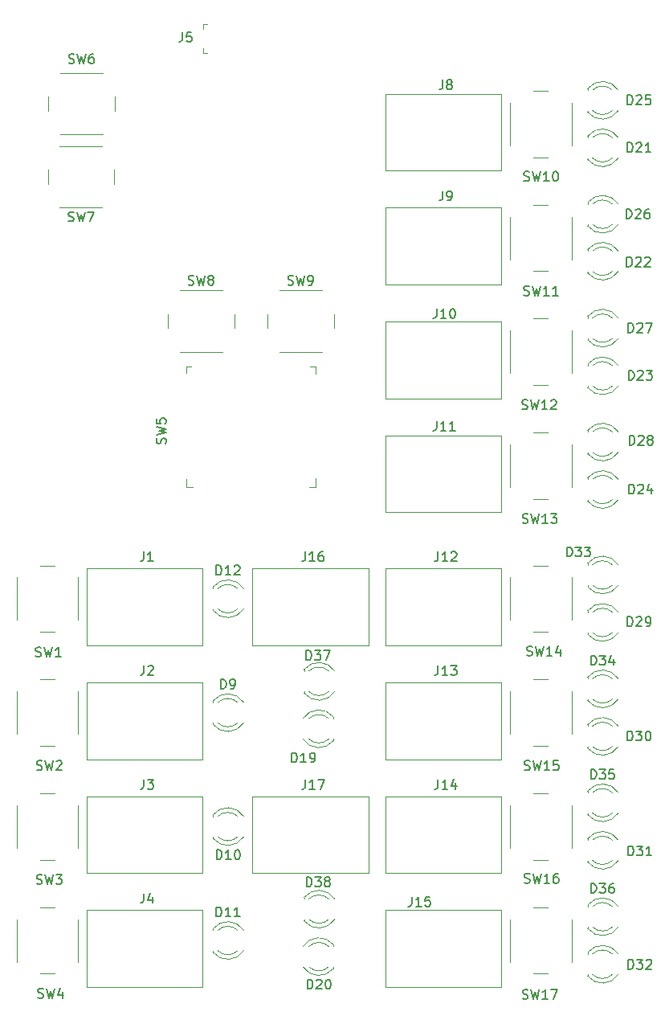
<source format=gbr>
%TF.GenerationSoftware,KiCad,Pcbnew,(6.0.1)*%
%TF.CreationDate,2023-12-26T11:04:26-08:00*%
%TF.ProjectId,main_board,6d61696e-5f62-46f6-9172-642e6b696361,4.3*%
%TF.SameCoordinates,Original*%
%TF.FileFunction,Legend,Top*%
%TF.FilePolarity,Positive*%
%FSLAX46Y46*%
G04 Gerber Fmt 4.6, Leading zero omitted, Abs format (unit mm)*
G04 Created by KiCad (PCBNEW (6.0.1)) date 2023-12-26 11:04:26*
%MOMM*%
%LPD*%
G01*
G04 APERTURE LIST*
%ADD10C,0.150000*%
%ADD11C,0.120000*%
%ADD12C,0.100000*%
G04 APERTURE END LIST*
D10*
X115535714Y-88952380D02*
X115535714Y-87952380D01*
X115773809Y-87952380D01*
X115916666Y-88000000D01*
X116011904Y-88095238D01*
X116059523Y-88190476D01*
X116107142Y-88380952D01*
X116107142Y-88523809D01*
X116059523Y-88714285D01*
X116011904Y-88809523D01*
X115916666Y-88904761D01*
X115773809Y-88952380D01*
X115535714Y-88952380D01*
X116488095Y-88047619D02*
X116535714Y-88000000D01*
X116630952Y-87952380D01*
X116869047Y-87952380D01*
X116964285Y-88000000D01*
X117011904Y-88047619D01*
X117059523Y-88142857D01*
X117059523Y-88238095D01*
X117011904Y-88380952D01*
X116440476Y-88952380D01*
X117059523Y-88952380D01*
X117392857Y-87952380D02*
X118011904Y-87952380D01*
X117678571Y-88333333D01*
X117821428Y-88333333D01*
X117916666Y-88380952D01*
X117964285Y-88428571D01*
X118011904Y-88523809D01*
X118011904Y-88761904D01*
X117964285Y-88857142D01*
X117916666Y-88904761D01*
X117821428Y-88952380D01*
X117535714Y-88952380D01*
X117440476Y-88904761D01*
X117392857Y-88857142D01*
X115485714Y-139052380D02*
X115485714Y-138052380D01*
X115723809Y-138052380D01*
X115866666Y-138100000D01*
X115961904Y-138195238D01*
X116009523Y-138290476D01*
X116057142Y-138480952D01*
X116057142Y-138623809D01*
X116009523Y-138814285D01*
X115961904Y-138909523D01*
X115866666Y-139004761D01*
X115723809Y-139052380D01*
X115485714Y-139052380D01*
X116390476Y-138052380D02*
X117009523Y-138052380D01*
X116676190Y-138433333D01*
X116819047Y-138433333D01*
X116914285Y-138480952D01*
X116961904Y-138528571D01*
X117009523Y-138623809D01*
X117009523Y-138861904D01*
X116961904Y-138957142D01*
X116914285Y-139004761D01*
X116819047Y-139052380D01*
X116533333Y-139052380D01*
X116438095Y-139004761D01*
X116390476Y-138957142D01*
X117961904Y-139052380D02*
X117390476Y-139052380D01*
X117676190Y-139052380D02*
X117676190Y-138052380D01*
X117580952Y-138195238D01*
X117485714Y-138290476D01*
X117390476Y-138338095D01*
X111555714Y-118992380D02*
X111555714Y-117992380D01*
X111793809Y-117992380D01*
X111936666Y-118040000D01*
X112031904Y-118135238D01*
X112079523Y-118230476D01*
X112127142Y-118420952D01*
X112127142Y-118563809D01*
X112079523Y-118754285D01*
X112031904Y-118849523D01*
X111936666Y-118944761D01*
X111793809Y-118992380D01*
X111555714Y-118992380D01*
X112460476Y-117992380D02*
X113079523Y-117992380D01*
X112746190Y-118373333D01*
X112889047Y-118373333D01*
X112984285Y-118420952D01*
X113031904Y-118468571D01*
X113079523Y-118563809D01*
X113079523Y-118801904D01*
X113031904Y-118897142D01*
X112984285Y-118944761D01*
X112889047Y-118992380D01*
X112603333Y-118992380D01*
X112508095Y-118944761D01*
X112460476Y-118897142D01*
X113936666Y-118325714D02*
X113936666Y-118992380D01*
X113698571Y-117944761D02*
X113460476Y-118659047D01*
X114079523Y-118659047D01*
X104540476Y-141904761D02*
X104683333Y-141952380D01*
X104921428Y-141952380D01*
X105016666Y-141904761D01*
X105064285Y-141857142D01*
X105111904Y-141761904D01*
X105111904Y-141666666D01*
X105064285Y-141571428D01*
X105016666Y-141523809D01*
X104921428Y-141476190D01*
X104730952Y-141428571D01*
X104635714Y-141380952D01*
X104588095Y-141333333D01*
X104540476Y-141238095D01*
X104540476Y-141142857D01*
X104588095Y-141047619D01*
X104635714Y-141000000D01*
X104730952Y-140952380D01*
X104969047Y-140952380D01*
X105111904Y-141000000D01*
X105445238Y-140952380D02*
X105683333Y-141952380D01*
X105873809Y-141238095D01*
X106064285Y-141952380D01*
X106302380Y-140952380D01*
X107207142Y-141952380D02*
X106635714Y-141952380D01*
X106921428Y-141952380D02*
X106921428Y-140952380D01*
X106826190Y-141095238D01*
X106730952Y-141190476D01*
X106635714Y-141238095D01*
X108064285Y-140952380D02*
X107873809Y-140952380D01*
X107778571Y-141000000D01*
X107730952Y-141047619D01*
X107635714Y-141190476D01*
X107588095Y-141380952D01*
X107588095Y-141761904D01*
X107635714Y-141857142D01*
X107683333Y-141904761D01*
X107778571Y-141952380D01*
X107969047Y-141952380D01*
X108064285Y-141904761D01*
X108111904Y-141857142D01*
X108159523Y-141761904D01*
X108159523Y-141523809D01*
X108111904Y-141428571D01*
X108064285Y-141380952D01*
X107969047Y-141333333D01*
X107778571Y-141333333D01*
X107683333Y-141380952D01*
X107635714Y-141428571D01*
X107588095Y-141523809D01*
X80010714Y-129227380D02*
X80010714Y-128227380D01*
X80248809Y-128227380D01*
X80391666Y-128275000D01*
X80486904Y-128370238D01*
X80534523Y-128465476D01*
X80582142Y-128655952D01*
X80582142Y-128798809D01*
X80534523Y-128989285D01*
X80486904Y-129084523D01*
X80391666Y-129179761D01*
X80248809Y-129227380D01*
X80010714Y-129227380D01*
X81534523Y-129227380D02*
X80963095Y-129227380D01*
X81248809Y-129227380D02*
X81248809Y-128227380D01*
X81153571Y-128370238D01*
X81058333Y-128465476D01*
X80963095Y-128513095D01*
X82010714Y-129227380D02*
X82201190Y-129227380D01*
X82296428Y-129179761D01*
X82344047Y-129132142D01*
X82439285Y-128989285D01*
X82486904Y-128798809D01*
X82486904Y-128417857D01*
X82439285Y-128322619D01*
X82391666Y-128275000D01*
X82296428Y-128227380D01*
X82105952Y-128227380D01*
X82010714Y-128275000D01*
X81963095Y-128322619D01*
X81915476Y-128417857D01*
X81915476Y-128655952D01*
X81963095Y-128751190D01*
X82010714Y-128798809D01*
X82105952Y-128846428D01*
X82296428Y-128846428D01*
X82391666Y-128798809D01*
X82439285Y-128751190D01*
X82486904Y-128655952D01*
X104340476Y-154104761D02*
X104483333Y-154152380D01*
X104721428Y-154152380D01*
X104816666Y-154104761D01*
X104864285Y-154057142D01*
X104911904Y-153961904D01*
X104911904Y-153866666D01*
X104864285Y-153771428D01*
X104816666Y-153723809D01*
X104721428Y-153676190D01*
X104530952Y-153628571D01*
X104435714Y-153580952D01*
X104388095Y-153533333D01*
X104340476Y-153438095D01*
X104340476Y-153342857D01*
X104388095Y-153247619D01*
X104435714Y-153200000D01*
X104530952Y-153152380D01*
X104769047Y-153152380D01*
X104911904Y-153200000D01*
X105245238Y-153152380D02*
X105483333Y-154152380D01*
X105673809Y-153438095D01*
X105864285Y-154152380D01*
X106102380Y-153152380D01*
X107007142Y-154152380D02*
X106435714Y-154152380D01*
X106721428Y-154152380D02*
X106721428Y-153152380D01*
X106626190Y-153295238D01*
X106530952Y-153390476D01*
X106435714Y-153438095D01*
X107340476Y-153152380D02*
X108007142Y-153152380D01*
X107578571Y-154152380D01*
X92690476Y-143402380D02*
X92690476Y-144116666D01*
X92642857Y-144259523D01*
X92547619Y-144354761D01*
X92404761Y-144402380D01*
X92309523Y-144402380D01*
X93690476Y-144402380D02*
X93119047Y-144402380D01*
X93404761Y-144402380D02*
X93404761Y-143402380D01*
X93309523Y-143545238D01*
X93214285Y-143640476D01*
X93119047Y-143688095D01*
X94595238Y-143402380D02*
X94119047Y-143402380D01*
X94071428Y-143878571D01*
X94119047Y-143830952D01*
X94214285Y-143783333D01*
X94452380Y-143783333D01*
X94547619Y-143830952D01*
X94595238Y-143878571D01*
X94642857Y-143973809D01*
X94642857Y-144211904D01*
X94595238Y-144307142D01*
X94547619Y-144354761D01*
X94452380Y-144402380D01*
X94214285Y-144402380D01*
X94119047Y-144354761D01*
X94071428Y-144307142D01*
X104490476Y-67954761D02*
X104633333Y-68002380D01*
X104871428Y-68002380D01*
X104966666Y-67954761D01*
X105014285Y-67907142D01*
X105061904Y-67811904D01*
X105061904Y-67716666D01*
X105014285Y-67621428D01*
X104966666Y-67573809D01*
X104871428Y-67526190D01*
X104680952Y-67478571D01*
X104585714Y-67430952D01*
X104538095Y-67383333D01*
X104490476Y-67288095D01*
X104490476Y-67192857D01*
X104538095Y-67097619D01*
X104585714Y-67050000D01*
X104680952Y-67002380D01*
X104919047Y-67002380D01*
X105061904Y-67050000D01*
X105395238Y-67002380D02*
X105633333Y-68002380D01*
X105823809Y-67288095D01*
X106014285Y-68002380D01*
X106252380Y-67002380D01*
X107157142Y-68002380D02*
X106585714Y-68002380D01*
X106871428Y-68002380D02*
X106871428Y-67002380D01*
X106776190Y-67145238D01*
X106680952Y-67240476D01*
X106585714Y-67288095D01*
X107776190Y-67002380D02*
X107871428Y-67002380D01*
X107966666Y-67050000D01*
X108014285Y-67097619D01*
X108061904Y-67192857D01*
X108109523Y-67383333D01*
X108109523Y-67621428D01*
X108061904Y-67811904D01*
X108014285Y-67907142D01*
X107966666Y-67954761D01*
X107871428Y-68002380D01*
X107776190Y-68002380D01*
X107680952Y-67954761D01*
X107633333Y-67907142D01*
X107585714Y-67811904D01*
X107538095Y-67621428D01*
X107538095Y-67383333D01*
X107585714Y-67192857D01*
X107633333Y-67097619D01*
X107680952Y-67050000D01*
X107776190Y-67002380D01*
X115560714Y-100952380D02*
X115560714Y-99952380D01*
X115798809Y-99952380D01*
X115941666Y-100000000D01*
X116036904Y-100095238D01*
X116084523Y-100190476D01*
X116132142Y-100380952D01*
X116132142Y-100523809D01*
X116084523Y-100714285D01*
X116036904Y-100809523D01*
X115941666Y-100904761D01*
X115798809Y-100952380D01*
X115560714Y-100952380D01*
X116513095Y-100047619D02*
X116560714Y-100000000D01*
X116655952Y-99952380D01*
X116894047Y-99952380D01*
X116989285Y-100000000D01*
X117036904Y-100047619D01*
X117084523Y-100142857D01*
X117084523Y-100238095D01*
X117036904Y-100380952D01*
X116465476Y-100952380D01*
X117084523Y-100952380D01*
X117941666Y-100285714D02*
X117941666Y-100952380D01*
X117703571Y-99904761D02*
X117465476Y-100619047D01*
X118084523Y-100619047D01*
X115385714Y-59952380D02*
X115385714Y-58952380D01*
X115623809Y-58952380D01*
X115766666Y-59000000D01*
X115861904Y-59095238D01*
X115909523Y-59190476D01*
X115957142Y-59380952D01*
X115957142Y-59523809D01*
X115909523Y-59714285D01*
X115861904Y-59809523D01*
X115766666Y-59904761D01*
X115623809Y-59952380D01*
X115385714Y-59952380D01*
X116338095Y-59047619D02*
X116385714Y-59000000D01*
X116480952Y-58952380D01*
X116719047Y-58952380D01*
X116814285Y-59000000D01*
X116861904Y-59047619D01*
X116909523Y-59142857D01*
X116909523Y-59238095D01*
X116861904Y-59380952D01*
X116290476Y-59952380D01*
X116909523Y-59952380D01*
X117814285Y-58952380D02*
X117338095Y-58952380D01*
X117290476Y-59428571D01*
X117338095Y-59380952D01*
X117433333Y-59333333D01*
X117671428Y-59333333D01*
X117766666Y-59380952D01*
X117814285Y-59428571D01*
X117861904Y-59523809D01*
X117861904Y-59761904D01*
X117814285Y-59857142D01*
X117766666Y-59904761D01*
X117671428Y-59952380D01*
X117433333Y-59952380D01*
X117338095Y-59904761D01*
X117290476Y-59857142D01*
X104540476Y-130004761D02*
X104683333Y-130052380D01*
X104921428Y-130052380D01*
X105016666Y-130004761D01*
X105064285Y-129957142D01*
X105111904Y-129861904D01*
X105111904Y-129766666D01*
X105064285Y-129671428D01*
X105016666Y-129623809D01*
X104921428Y-129576190D01*
X104730952Y-129528571D01*
X104635714Y-129480952D01*
X104588095Y-129433333D01*
X104540476Y-129338095D01*
X104540476Y-129242857D01*
X104588095Y-129147619D01*
X104635714Y-129100000D01*
X104730952Y-129052380D01*
X104969047Y-129052380D01*
X105111904Y-129100000D01*
X105445238Y-129052380D02*
X105683333Y-130052380D01*
X105873809Y-129338095D01*
X106064285Y-130052380D01*
X106302380Y-129052380D01*
X107207142Y-130052380D02*
X106635714Y-130052380D01*
X106921428Y-130052380D02*
X106921428Y-129052380D01*
X106826190Y-129195238D01*
X106730952Y-129290476D01*
X106635714Y-129338095D01*
X108111904Y-129052380D02*
X107635714Y-129052380D01*
X107588095Y-129528571D01*
X107635714Y-129480952D01*
X107730952Y-129433333D01*
X107969047Y-129433333D01*
X108064285Y-129480952D01*
X108111904Y-129528571D01*
X108159523Y-129623809D01*
X108159523Y-129861904D01*
X108111904Y-129957142D01*
X108064285Y-130004761D01*
X107969047Y-130052380D01*
X107730952Y-130052380D01*
X107635714Y-130004761D01*
X107588095Y-129957142D01*
X111555714Y-142992380D02*
X111555714Y-141992380D01*
X111793809Y-141992380D01*
X111936666Y-142040000D01*
X112031904Y-142135238D01*
X112079523Y-142230476D01*
X112127142Y-142420952D01*
X112127142Y-142563809D01*
X112079523Y-142754285D01*
X112031904Y-142849523D01*
X111936666Y-142944761D01*
X111793809Y-142992380D01*
X111555714Y-142992380D01*
X112460476Y-141992380D02*
X113079523Y-141992380D01*
X112746190Y-142373333D01*
X112889047Y-142373333D01*
X112984285Y-142420952D01*
X113031904Y-142468571D01*
X113079523Y-142563809D01*
X113079523Y-142801904D01*
X113031904Y-142897142D01*
X112984285Y-142944761D01*
X112889047Y-142992380D01*
X112603333Y-142992380D01*
X112508095Y-142944761D01*
X112460476Y-142897142D01*
X113936666Y-141992380D02*
X113746190Y-141992380D01*
X113650952Y-142040000D01*
X113603333Y-142087619D01*
X113508095Y-142230476D01*
X113460476Y-142420952D01*
X113460476Y-142801904D01*
X113508095Y-142897142D01*
X113555714Y-142944761D01*
X113650952Y-142992380D01*
X113841428Y-142992380D01*
X113936666Y-142944761D01*
X113984285Y-142897142D01*
X114031904Y-142801904D01*
X114031904Y-142563809D01*
X113984285Y-142468571D01*
X113936666Y-142420952D01*
X113841428Y-142373333D01*
X113650952Y-142373333D01*
X113555714Y-142420952D01*
X113508095Y-142468571D01*
X113460476Y-142563809D01*
X56516666Y-55554761D02*
X56659523Y-55602380D01*
X56897619Y-55602380D01*
X56992857Y-55554761D01*
X57040476Y-55507142D01*
X57088095Y-55411904D01*
X57088095Y-55316666D01*
X57040476Y-55221428D01*
X56992857Y-55173809D01*
X56897619Y-55126190D01*
X56707142Y-55078571D01*
X56611904Y-55030952D01*
X56564285Y-54983333D01*
X56516666Y-54888095D01*
X56516666Y-54792857D01*
X56564285Y-54697619D01*
X56611904Y-54650000D01*
X56707142Y-54602380D01*
X56945238Y-54602380D01*
X57088095Y-54650000D01*
X57421428Y-54602380D02*
X57659523Y-55602380D01*
X57850000Y-54888095D01*
X58040476Y-55602380D01*
X58278571Y-54602380D01*
X59088095Y-54602380D02*
X58897619Y-54602380D01*
X58802380Y-54650000D01*
X58754761Y-54697619D01*
X58659523Y-54840476D01*
X58611904Y-55030952D01*
X58611904Y-55411904D01*
X58659523Y-55507142D01*
X58707142Y-55554761D01*
X58802380Y-55602380D01*
X58992857Y-55602380D01*
X59088095Y-55554761D01*
X59135714Y-55507142D01*
X59183333Y-55411904D01*
X59183333Y-55173809D01*
X59135714Y-55078571D01*
X59088095Y-55030952D01*
X58992857Y-54983333D01*
X58802380Y-54983333D01*
X58707142Y-55030952D01*
X58659523Y-55078571D01*
X58611904Y-55173809D01*
X115285714Y-71952380D02*
X115285714Y-70952380D01*
X115523809Y-70952380D01*
X115666666Y-71000000D01*
X115761904Y-71095238D01*
X115809523Y-71190476D01*
X115857142Y-71380952D01*
X115857142Y-71523809D01*
X115809523Y-71714285D01*
X115761904Y-71809523D01*
X115666666Y-71904761D01*
X115523809Y-71952380D01*
X115285714Y-71952380D01*
X116238095Y-71047619D02*
X116285714Y-71000000D01*
X116380952Y-70952380D01*
X116619047Y-70952380D01*
X116714285Y-71000000D01*
X116761904Y-71047619D01*
X116809523Y-71142857D01*
X116809523Y-71238095D01*
X116761904Y-71380952D01*
X116190476Y-71952380D01*
X116809523Y-71952380D01*
X117666666Y-70952380D02*
X117476190Y-70952380D01*
X117380952Y-71000000D01*
X117333333Y-71047619D01*
X117238095Y-71190476D01*
X117190476Y-71380952D01*
X117190476Y-71761904D01*
X117238095Y-71857142D01*
X117285714Y-71904761D01*
X117380952Y-71952380D01*
X117571428Y-71952380D01*
X117666666Y-71904761D01*
X117714285Y-71857142D01*
X117761904Y-71761904D01*
X117761904Y-71523809D01*
X117714285Y-71428571D01*
X117666666Y-71380952D01*
X117571428Y-71333333D01*
X117380952Y-71333333D01*
X117285714Y-71380952D01*
X117238095Y-71428571D01*
X117190476Y-71523809D01*
X95916666Y-57352380D02*
X95916666Y-58066666D01*
X95869047Y-58209523D01*
X95773809Y-58304761D01*
X95630952Y-58352380D01*
X95535714Y-58352380D01*
X96535714Y-57780952D02*
X96440476Y-57733333D01*
X96392857Y-57685714D01*
X96345238Y-57590476D01*
X96345238Y-57542857D01*
X96392857Y-57447619D01*
X96440476Y-57400000D01*
X96535714Y-57352380D01*
X96726190Y-57352380D01*
X96821428Y-57400000D01*
X96869047Y-57447619D01*
X96916666Y-57542857D01*
X96916666Y-57590476D01*
X96869047Y-57685714D01*
X96821428Y-57733333D01*
X96726190Y-57780952D01*
X96535714Y-57780952D01*
X96440476Y-57828571D01*
X96392857Y-57876190D01*
X96345238Y-57971428D01*
X96345238Y-58161904D01*
X96392857Y-58257142D01*
X96440476Y-58304761D01*
X96535714Y-58352380D01*
X96726190Y-58352380D01*
X96821428Y-58304761D01*
X96869047Y-58257142D01*
X96916666Y-58161904D01*
X96916666Y-57971428D01*
X96869047Y-57876190D01*
X96821428Y-57828571D01*
X96726190Y-57780952D01*
X104290476Y-92004761D02*
X104433333Y-92052380D01*
X104671428Y-92052380D01*
X104766666Y-92004761D01*
X104814285Y-91957142D01*
X104861904Y-91861904D01*
X104861904Y-91766666D01*
X104814285Y-91671428D01*
X104766666Y-91623809D01*
X104671428Y-91576190D01*
X104480952Y-91528571D01*
X104385714Y-91480952D01*
X104338095Y-91433333D01*
X104290476Y-91338095D01*
X104290476Y-91242857D01*
X104338095Y-91147619D01*
X104385714Y-91100000D01*
X104480952Y-91052380D01*
X104719047Y-91052380D01*
X104861904Y-91100000D01*
X105195238Y-91052380D02*
X105433333Y-92052380D01*
X105623809Y-91338095D01*
X105814285Y-92052380D01*
X106052380Y-91052380D01*
X106957142Y-92052380D02*
X106385714Y-92052380D01*
X106671428Y-92052380D02*
X106671428Y-91052380D01*
X106576190Y-91195238D01*
X106480952Y-91290476D01*
X106385714Y-91338095D01*
X107338095Y-91147619D02*
X107385714Y-91100000D01*
X107480952Y-91052380D01*
X107719047Y-91052380D01*
X107814285Y-91100000D01*
X107861904Y-91147619D01*
X107909523Y-91242857D01*
X107909523Y-91338095D01*
X107861904Y-91480952D01*
X107290476Y-92052380D01*
X107909523Y-92052380D01*
X81440476Y-107052380D02*
X81440476Y-107766666D01*
X81392857Y-107909523D01*
X81297619Y-108004761D01*
X81154761Y-108052380D01*
X81059523Y-108052380D01*
X82440476Y-108052380D02*
X81869047Y-108052380D01*
X82154761Y-108052380D02*
X82154761Y-107052380D01*
X82059523Y-107195238D01*
X81964285Y-107290476D01*
X81869047Y-107338095D01*
X83297619Y-107052380D02*
X83107142Y-107052380D01*
X83011904Y-107100000D01*
X82964285Y-107147619D01*
X82869047Y-107290476D01*
X82821428Y-107480952D01*
X82821428Y-107861904D01*
X82869047Y-107957142D01*
X82916666Y-108004761D01*
X83011904Y-108052380D01*
X83202380Y-108052380D01*
X83297619Y-108004761D01*
X83345238Y-107957142D01*
X83392857Y-107861904D01*
X83392857Y-107623809D01*
X83345238Y-107528571D01*
X83297619Y-107480952D01*
X83202380Y-107433333D01*
X83011904Y-107433333D01*
X82916666Y-107480952D01*
X82869047Y-107528571D01*
X82821428Y-107623809D01*
X56466666Y-72204761D02*
X56609523Y-72252380D01*
X56847619Y-72252380D01*
X56942857Y-72204761D01*
X56990476Y-72157142D01*
X57038095Y-72061904D01*
X57038095Y-71966666D01*
X56990476Y-71871428D01*
X56942857Y-71823809D01*
X56847619Y-71776190D01*
X56657142Y-71728571D01*
X56561904Y-71680952D01*
X56514285Y-71633333D01*
X56466666Y-71538095D01*
X56466666Y-71442857D01*
X56514285Y-71347619D01*
X56561904Y-71300000D01*
X56657142Y-71252380D01*
X56895238Y-71252380D01*
X57038095Y-71300000D01*
X57371428Y-71252380D02*
X57609523Y-72252380D01*
X57800000Y-71538095D01*
X57990476Y-72252380D01*
X58228571Y-71252380D01*
X58514285Y-71252380D02*
X59180952Y-71252380D01*
X58752380Y-72252380D01*
X53266666Y-154004761D02*
X53409523Y-154052380D01*
X53647619Y-154052380D01*
X53742857Y-154004761D01*
X53790476Y-153957142D01*
X53838095Y-153861904D01*
X53838095Y-153766666D01*
X53790476Y-153671428D01*
X53742857Y-153623809D01*
X53647619Y-153576190D01*
X53457142Y-153528571D01*
X53361904Y-153480952D01*
X53314285Y-153433333D01*
X53266666Y-153338095D01*
X53266666Y-153242857D01*
X53314285Y-153147619D01*
X53361904Y-153100000D01*
X53457142Y-153052380D01*
X53695238Y-153052380D01*
X53838095Y-153100000D01*
X54171428Y-153052380D02*
X54409523Y-154052380D01*
X54600000Y-153338095D01*
X54790476Y-154052380D01*
X55028571Y-153052380D01*
X55838095Y-153385714D02*
X55838095Y-154052380D01*
X55600000Y-153004761D02*
X55361904Y-153719047D01*
X55980952Y-153719047D01*
X66704761Y-95658333D02*
X66752380Y-95515476D01*
X66752380Y-95277380D01*
X66704761Y-95182142D01*
X66657142Y-95134523D01*
X66561904Y-95086904D01*
X66466666Y-95086904D01*
X66371428Y-95134523D01*
X66323809Y-95182142D01*
X66276190Y-95277380D01*
X66228571Y-95467857D01*
X66180952Y-95563095D01*
X66133333Y-95610714D01*
X66038095Y-95658333D01*
X65942857Y-95658333D01*
X65847619Y-95610714D01*
X65800000Y-95563095D01*
X65752380Y-95467857D01*
X65752380Y-95229761D01*
X65800000Y-95086904D01*
X65752380Y-94753571D02*
X66752380Y-94515476D01*
X66038095Y-94325000D01*
X66752380Y-94134523D01*
X65752380Y-93896428D01*
X65752380Y-93039285D02*
X65752380Y-93515476D01*
X66228571Y-93563095D01*
X66180952Y-93515476D01*
X66133333Y-93420238D01*
X66133333Y-93182142D01*
X66180952Y-93086904D01*
X66228571Y-93039285D01*
X66323809Y-92991666D01*
X66561904Y-92991666D01*
X66657142Y-93039285D01*
X66704761Y-93086904D01*
X66752380Y-93182142D01*
X66752380Y-93420238D01*
X66704761Y-93515476D01*
X66657142Y-93563095D01*
X72055714Y-109492380D02*
X72055714Y-108492380D01*
X72293809Y-108492380D01*
X72436666Y-108540000D01*
X72531904Y-108635238D01*
X72579523Y-108730476D01*
X72627142Y-108920952D01*
X72627142Y-109063809D01*
X72579523Y-109254285D01*
X72531904Y-109349523D01*
X72436666Y-109444761D01*
X72293809Y-109492380D01*
X72055714Y-109492380D01*
X73579523Y-109492380D02*
X73008095Y-109492380D01*
X73293809Y-109492380D02*
X73293809Y-108492380D01*
X73198571Y-108635238D01*
X73103333Y-108730476D01*
X73008095Y-108778095D01*
X73960476Y-108587619D02*
X74008095Y-108540000D01*
X74103333Y-108492380D01*
X74341428Y-108492380D01*
X74436666Y-108540000D01*
X74484285Y-108587619D01*
X74531904Y-108682857D01*
X74531904Y-108778095D01*
X74484285Y-108920952D01*
X73912857Y-109492380D01*
X74531904Y-109492380D01*
X104790476Y-117954761D02*
X104933333Y-118002380D01*
X105171428Y-118002380D01*
X105266666Y-117954761D01*
X105314285Y-117907142D01*
X105361904Y-117811904D01*
X105361904Y-117716666D01*
X105314285Y-117621428D01*
X105266666Y-117573809D01*
X105171428Y-117526190D01*
X104980952Y-117478571D01*
X104885714Y-117430952D01*
X104838095Y-117383333D01*
X104790476Y-117288095D01*
X104790476Y-117192857D01*
X104838095Y-117097619D01*
X104885714Y-117050000D01*
X104980952Y-117002380D01*
X105219047Y-117002380D01*
X105361904Y-117050000D01*
X105695238Y-117002380D02*
X105933333Y-118002380D01*
X106123809Y-117288095D01*
X106314285Y-118002380D01*
X106552380Y-117002380D01*
X107457142Y-118002380D02*
X106885714Y-118002380D01*
X107171428Y-118002380D02*
X107171428Y-117002380D01*
X107076190Y-117145238D01*
X106980952Y-117240476D01*
X106885714Y-117288095D01*
X108314285Y-117335714D02*
X108314285Y-118002380D01*
X108076190Y-116954761D02*
X107838095Y-117669047D01*
X108457142Y-117669047D01*
X53016666Y-118054761D02*
X53159523Y-118102380D01*
X53397619Y-118102380D01*
X53492857Y-118054761D01*
X53540476Y-118007142D01*
X53588095Y-117911904D01*
X53588095Y-117816666D01*
X53540476Y-117721428D01*
X53492857Y-117673809D01*
X53397619Y-117626190D01*
X53207142Y-117578571D01*
X53111904Y-117530952D01*
X53064285Y-117483333D01*
X53016666Y-117388095D01*
X53016666Y-117292857D01*
X53064285Y-117197619D01*
X53111904Y-117150000D01*
X53207142Y-117102380D01*
X53445238Y-117102380D01*
X53588095Y-117150000D01*
X53921428Y-117102380D02*
X54159523Y-118102380D01*
X54350000Y-117388095D01*
X54540476Y-118102380D01*
X54778571Y-117102380D01*
X55683333Y-118102380D02*
X55111904Y-118102380D01*
X55397619Y-118102380D02*
X55397619Y-117102380D01*
X55302380Y-117245238D01*
X55207142Y-117340476D01*
X55111904Y-117388095D01*
X81560714Y-142327380D02*
X81560714Y-141327380D01*
X81798809Y-141327380D01*
X81941666Y-141375000D01*
X82036904Y-141470238D01*
X82084523Y-141565476D01*
X82132142Y-141755952D01*
X82132142Y-141898809D01*
X82084523Y-142089285D01*
X82036904Y-142184523D01*
X81941666Y-142279761D01*
X81798809Y-142327380D01*
X81560714Y-142327380D01*
X82465476Y-141327380D02*
X83084523Y-141327380D01*
X82751190Y-141708333D01*
X82894047Y-141708333D01*
X82989285Y-141755952D01*
X83036904Y-141803571D01*
X83084523Y-141898809D01*
X83084523Y-142136904D01*
X83036904Y-142232142D01*
X82989285Y-142279761D01*
X82894047Y-142327380D01*
X82608333Y-142327380D01*
X82513095Y-142279761D01*
X82465476Y-142232142D01*
X83655952Y-141755952D02*
X83560714Y-141708333D01*
X83513095Y-141660714D01*
X83465476Y-141565476D01*
X83465476Y-141517857D01*
X83513095Y-141422619D01*
X83560714Y-141375000D01*
X83655952Y-141327380D01*
X83846428Y-141327380D01*
X83941666Y-141375000D01*
X83989285Y-141422619D01*
X84036904Y-141517857D01*
X84036904Y-141565476D01*
X83989285Y-141660714D01*
X83941666Y-141708333D01*
X83846428Y-141755952D01*
X83655952Y-141755952D01*
X83560714Y-141803571D01*
X83513095Y-141851190D01*
X83465476Y-141946428D01*
X83465476Y-142136904D01*
X83513095Y-142232142D01*
X83560714Y-142279761D01*
X83655952Y-142327380D01*
X83846428Y-142327380D01*
X83941666Y-142279761D01*
X83989285Y-142232142D01*
X84036904Y-142136904D01*
X84036904Y-141946428D01*
X83989285Y-141851190D01*
X83941666Y-141803571D01*
X83846428Y-141755952D01*
X115385714Y-64952380D02*
X115385714Y-63952380D01*
X115623809Y-63952380D01*
X115766666Y-64000000D01*
X115861904Y-64095238D01*
X115909523Y-64190476D01*
X115957142Y-64380952D01*
X115957142Y-64523809D01*
X115909523Y-64714285D01*
X115861904Y-64809523D01*
X115766666Y-64904761D01*
X115623809Y-64952380D01*
X115385714Y-64952380D01*
X116338095Y-64047619D02*
X116385714Y-64000000D01*
X116480952Y-63952380D01*
X116719047Y-63952380D01*
X116814285Y-64000000D01*
X116861904Y-64047619D01*
X116909523Y-64142857D01*
X116909523Y-64238095D01*
X116861904Y-64380952D01*
X116290476Y-64952380D01*
X116909523Y-64952380D01*
X117861904Y-64952380D02*
X117290476Y-64952380D01*
X117576190Y-64952380D02*
X117576190Y-63952380D01*
X117480952Y-64095238D01*
X117385714Y-64190476D01*
X117290476Y-64238095D01*
X81440476Y-131052380D02*
X81440476Y-131766666D01*
X81392857Y-131909523D01*
X81297619Y-132004761D01*
X81154761Y-132052380D01*
X81059523Y-132052380D01*
X82440476Y-132052380D02*
X81869047Y-132052380D01*
X82154761Y-132052380D02*
X82154761Y-131052380D01*
X82059523Y-131195238D01*
X81964285Y-131290476D01*
X81869047Y-131338095D01*
X82773809Y-131052380D02*
X83440476Y-131052380D01*
X83011904Y-132052380D01*
X81535714Y-118452380D02*
X81535714Y-117452380D01*
X81773809Y-117452380D01*
X81916666Y-117500000D01*
X82011904Y-117595238D01*
X82059523Y-117690476D01*
X82107142Y-117880952D01*
X82107142Y-118023809D01*
X82059523Y-118214285D01*
X82011904Y-118309523D01*
X81916666Y-118404761D01*
X81773809Y-118452380D01*
X81535714Y-118452380D01*
X82440476Y-117452380D02*
X83059523Y-117452380D01*
X82726190Y-117833333D01*
X82869047Y-117833333D01*
X82964285Y-117880952D01*
X83011904Y-117928571D01*
X83059523Y-118023809D01*
X83059523Y-118261904D01*
X83011904Y-118357142D01*
X82964285Y-118404761D01*
X82869047Y-118452380D01*
X82583333Y-118452380D01*
X82488095Y-118404761D01*
X82440476Y-118357142D01*
X83392857Y-117452380D02*
X84059523Y-117452380D01*
X83630952Y-118452380D01*
X53116666Y-142004761D02*
X53259523Y-142052380D01*
X53497619Y-142052380D01*
X53592857Y-142004761D01*
X53640476Y-141957142D01*
X53688095Y-141861904D01*
X53688095Y-141766666D01*
X53640476Y-141671428D01*
X53592857Y-141623809D01*
X53497619Y-141576190D01*
X53307142Y-141528571D01*
X53211904Y-141480952D01*
X53164285Y-141433333D01*
X53116666Y-141338095D01*
X53116666Y-141242857D01*
X53164285Y-141147619D01*
X53211904Y-141100000D01*
X53307142Y-141052380D01*
X53545238Y-141052380D01*
X53688095Y-141100000D01*
X54021428Y-141052380D02*
X54259523Y-142052380D01*
X54450000Y-141338095D01*
X54640476Y-142052380D01*
X54878571Y-141052380D01*
X55164285Y-141052380D02*
X55783333Y-141052380D01*
X55450000Y-141433333D01*
X55592857Y-141433333D01*
X55688095Y-141480952D01*
X55735714Y-141528571D01*
X55783333Y-141623809D01*
X55783333Y-141861904D01*
X55735714Y-141957142D01*
X55688095Y-142004761D01*
X55592857Y-142052380D01*
X55307142Y-142052380D01*
X55211904Y-142004761D01*
X55164285Y-141957142D01*
X95440476Y-107052380D02*
X95440476Y-107766666D01*
X95392857Y-107909523D01*
X95297619Y-108004761D01*
X95154761Y-108052380D01*
X95059523Y-108052380D01*
X96440476Y-108052380D02*
X95869047Y-108052380D01*
X96154761Y-108052380D02*
X96154761Y-107052380D01*
X96059523Y-107195238D01*
X95964285Y-107290476D01*
X95869047Y-107338095D01*
X96821428Y-107147619D02*
X96869047Y-107100000D01*
X96964285Y-107052380D01*
X97202380Y-107052380D01*
X97297619Y-107100000D01*
X97345238Y-107147619D01*
X97392857Y-107242857D01*
X97392857Y-107338095D01*
X97345238Y-107480952D01*
X96773809Y-108052380D01*
X97392857Y-108052380D01*
X72085714Y-139452380D02*
X72085714Y-138452380D01*
X72323809Y-138452380D01*
X72466666Y-138500000D01*
X72561904Y-138595238D01*
X72609523Y-138690476D01*
X72657142Y-138880952D01*
X72657142Y-139023809D01*
X72609523Y-139214285D01*
X72561904Y-139309523D01*
X72466666Y-139404761D01*
X72323809Y-139452380D01*
X72085714Y-139452380D01*
X73609523Y-139452380D02*
X73038095Y-139452380D01*
X73323809Y-139452380D02*
X73323809Y-138452380D01*
X73228571Y-138595238D01*
X73133333Y-138690476D01*
X73038095Y-138738095D01*
X74228571Y-138452380D02*
X74323809Y-138452380D01*
X74419047Y-138500000D01*
X74466666Y-138547619D01*
X74514285Y-138642857D01*
X74561904Y-138833333D01*
X74561904Y-139071428D01*
X74514285Y-139261904D01*
X74466666Y-139357142D01*
X74419047Y-139404761D01*
X74323809Y-139452380D01*
X74228571Y-139452380D01*
X74133333Y-139404761D01*
X74085714Y-139357142D01*
X74038095Y-139261904D01*
X73990476Y-139071428D01*
X73990476Y-138833333D01*
X74038095Y-138642857D01*
X74085714Y-138547619D01*
X74133333Y-138500000D01*
X74228571Y-138452380D01*
X111555714Y-130992380D02*
X111555714Y-129992380D01*
X111793809Y-129992380D01*
X111936666Y-130040000D01*
X112031904Y-130135238D01*
X112079523Y-130230476D01*
X112127142Y-130420952D01*
X112127142Y-130563809D01*
X112079523Y-130754285D01*
X112031904Y-130849523D01*
X111936666Y-130944761D01*
X111793809Y-130992380D01*
X111555714Y-130992380D01*
X112460476Y-129992380D02*
X113079523Y-129992380D01*
X112746190Y-130373333D01*
X112889047Y-130373333D01*
X112984285Y-130420952D01*
X113031904Y-130468571D01*
X113079523Y-130563809D01*
X113079523Y-130801904D01*
X113031904Y-130897142D01*
X112984285Y-130944761D01*
X112889047Y-130992380D01*
X112603333Y-130992380D01*
X112508095Y-130944761D01*
X112460476Y-130897142D01*
X113984285Y-129992380D02*
X113508095Y-129992380D01*
X113460476Y-130468571D01*
X113508095Y-130420952D01*
X113603333Y-130373333D01*
X113841428Y-130373333D01*
X113936666Y-130420952D01*
X113984285Y-130468571D01*
X114031904Y-130563809D01*
X114031904Y-130801904D01*
X113984285Y-130897142D01*
X113936666Y-130944761D01*
X113841428Y-130992380D01*
X113603333Y-130992380D01*
X113508095Y-130944761D01*
X113460476Y-130897142D01*
X81655714Y-153112380D02*
X81655714Y-152112380D01*
X81893809Y-152112380D01*
X82036666Y-152160000D01*
X82131904Y-152255238D01*
X82179523Y-152350476D01*
X82227142Y-152540952D01*
X82227142Y-152683809D01*
X82179523Y-152874285D01*
X82131904Y-152969523D01*
X82036666Y-153064761D01*
X81893809Y-153112380D01*
X81655714Y-153112380D01*
X82608095Y-152207619D02*
X82655714Y-152160000D01*
X82750952Y-152112380D01*
X82989047Y-152112380D01*
X83084285Y-152160000D01*
X83131904Y-152207619D01*
X83179523Y-152302857D01*
X83179523Y-152398095D01*
X83131904Y-152540952D01*
X82560476Y-153112380D01*
X83179523Y-153112380D01*
X83798571Y-152112380D02*
X83893809Y-152112380D01*
X83989047Y-152160000D01*
X84036666Y-152207619D01*
X84084285Y-152302857D01*
X84131904Y-152493333D01*
X84131904Y-152731428D01*
X84084285Y-152921904D01*
X84036666Y-153017142D01*
X83989047Y-153064761D01*
X83893809Y-153112380D01*
X83798571Y-153112380D01*
X83703333Y-153064761D01*
X83655714Y-153017142D01*
X83608095Y-152921904D01*
X83560476Y-152731428D01*
X83560476Y-152493333D01*
X83608095Y-152302857D01*
X83655714Y-152207619D01*
X83703333Y-152160000D01*
X83798571Y-152112380D01*
X72531904Y-121492380D02*
X72531904Y-120492380D01*
X72770000Y-120492380D01*
X72912857Y-120540000D01*
X73008095Y-120635238D01*
X73055714Y-120730476D01*
X73103333Y-120920952D01*
X73103333Y-121063809D01*
X73055714Y-121254285D01*
X73008095Y-121349523D01*
X72912857Y-121444761D01*
X72770000Y-121492380D01*
X72531904Y-121492380D01*
X73579523Y-121492380D02*
X73770000Y-121492380D01*
X73865238Y-121444761D01*
X73912857Y-121397142D01*
X74008095Y-121254285D01*
X74055714Y-121063809D01*
X74055714Y-120682857D01*
X74008095Y-120587619D01*
X73960476Y-120540000D01*
X73865238Y-120492380D01*
X73674761Y-120492380D01*
X73579523Y-120540000D01*
X73531904Y-120587619D01*
X73484285Y-120682857D01*
X73484285Y-120920952D01*
X73531904Y-121016190D01*
X73579523Y-121063809D01*
X73674761Y-121111428D01*
X73865238Y-121111428D01*
X73960476Y-121063809D01*
X74008095Y-121016190D01*
X74055714Y-120920952D01*
X64416666Y-107052380D02*
X64416666Y-107766666D01*
X64369047Y-107909523D01*
X64273809Y-108004761D01*
X64130952Y-108052380D01*
X64035714Y-108052380D01*
X65416666Y-108052380D02*
X64845238Y-108052380D01*
X65130952Y-108052380D02*
X65130952Y-107052380D01*
X65035714Y-107195238D01*
X64940476Y-107290476D01*
X64845238Y-107338095D01*
X115610714Y-95802380D02*
X115610714Y-94802380D01*
X115848809Y-94802380D01*
X115991666Y-94850000D01*
X116086904Y-94945238D01*
X116134523Y-95040476D01*
X116182142Y-95230952D01*
X116182142Y-95373809D01*
X116134523Y-95564285D01*
X116086904Y-95659523D01*
X115991666Y-95754761D01*
X115848809Y-95802380D01*
X115610714Y-95802380D01*
X116563095Y-94897619D02*
X116610714Y-94850000D01*
X116705952Y-94802380D01*
X116944047Y-94802380D01*
X117039285Y-94850000D01*
X117086904Y-94897619D01*
X117134523Y-94992857D01*
X117134523Y-95088095D01*
X117086904Y-95230952D01*
X116515476Y-95802380D01*
X117134523Y-95802380D01*
X117705952Y-95230952D02*
X117610714Y-95183333D01*
X117563095Y-95135714D01*
X117515476Y-95040476D01*
X117515476Y-94992857D01*
X117563095Y-94897619D01*
X117610714Y-94850000D01*
X117705952Y-94802380D01*
X117896428Y-94802380D01*
X117991666Y-94850000D01*
X118039285Y-94897619D01*
X118086904Y-94992857D01*
X118086904Y-95040476D01*
X118039285Y-95135714D01*
X117991666Y-95183333D01*
X117896428Y-95230952D01*
X117705952Y-95230952D01*
X117610714Y-95278571D01*
X117563095Y-95326190D01*
X117515476Y-95421428D01*
X117515476Y-95611904D01*
X117563095Y-95707142D01*
X117610714Y-95754761D01*
X117705952Y-95802380D01*
X117896428Y-95802380D01*
X117991666Y-95754761D01*
X118039285Y-95707142D01*
X118086904Y-95611904D01*
X118086904Y-95421428D01*
X118039285Y-95326190D01*
X117991666Y-95278571D01*
X117896428Y-95230952D01*
X64416666Y-119052380D02*
X64416666Y-119766666D01*
X64369047Y-119909523D01*
X64273809Y-120004761D01*
X64130952Y-120052380D01*
X64035714Y-120052380D01*
X64845238Y-119147619D02*
X64892857Y-119100000D01*
X64988095Y-119052380D01*
X65226190Y-119052380D01*
X65321428Y-119100000D01*
X65369047Y-119147619D01*
X65416666Y-119242857D01*
X65416666Y-119338095D01*
X65369047Y-119480952D01*
X64797619Y-120052380D01*
X65416666Y-120052380D01*
X64416666Y-131052380D02*
X64416666Y-131766666D01*
X64369047Y-131909523D01*
X64273809Y-132004761D01*
X64130952Y-132052380D01*
X64035714Y-132052380D01*
X64797619Y-131052380D02*
X65416666Y-131052380D01*
X65083333Y-131433333D01*
X65226190Y-131433333D01*
X65321428Y-131480952D01*
X65369047Y-131528571D01*
X65416666Y-131623809D01*
X65416666Y-131861904D01*
X65369047Y-131957142D01*
X65321428Y-132004761D01*
X65226190Y-132052380D01*
X64940476Y-132052380D01*
X64845238Y-132004761D01*
X64797619Y-131957142D01*
X95440476Y-131052380D02*
X95440476Y-131766666D01*
X95392857Y-131909523D01*
X95297619Y-132004761D01*
X95154761Y-132052380D01*
X95059523Y-132052380D01*
X96440476Y-132052380D02*
X95869047Y-132052380D01*
X96154761Y-132052380D02*
X96154761Y-131052380D01*
X96059523Y-131195238D01*
X95964285Y-131290476D01*
X95869047Y-131338095D01*
X97297619Y-131385714D02*
X97297619Y-132052380D01*
X97059523Y-131004761D02*
X96821428Y-131719047D01*
X97440476Y-131719047D01*
X115485714Y-151002380D02*
X115485714Y-150002380D01*
X115723809Y-150002380D01*
X115866666Y-150050000D01*
X115961904Y-150145238D01*
X116009523Y-150240476D01*
X116057142Y-150430952D01*
X116057142Y-150573809D01*
X116009523Y-150764285D01*
X115961904Y-150859523D01*
X115866666Y-150954761D01*
X115723809Y-151002380D01*
X115485714Y-151002380D01*
X116390476Y-150002380D02*
X117009523Y-150002380D01*
X116676190Y-150383333D01*
X116819047Y-150383333D01*
X116914285Y-150430952D01*
X116961904Y-150478571D01*
X117009523Y-150573809D01*
X117009523Y-150811904D01*
X116961904Y-150907142D01*
X116914285Y-150954761D01*
X116819047Y-151002380D01*
X116533333Y-151002380D01*
X116438095Y-150954761D01*
X116390476Y-150907142D01*
X117390476Y-150097619D02*
X117438095Y-150050000D01*
X117533333Y-150002380D01*
X117771428Y-150002380D01*
X117866666Y-150050000D01*
X117914285Y-150097619D01*
X117961904Y-150192857D01*
X117961904Y-150288095D01*
X117914285Y-150430952D01*
X117342857Y-151002380D01*
X117961904Y-151002380D01*
X115385714Y-126952380D02*
X115385714Y-125952380D01*
X115623809Y-125952380D01*
X115766666Y-126000000D01*
X115861904Y-126095238D01*
X115909523Y-126190476D01*
X115957142Y-126380952D01*
X115957142Y-126523809D01*
X115909523Y-126714285D01*
X115861904Y-126809523D01*
X115766666Y-126904761D01*
X115623809Y-126952380D01*
X115385714Y-126952380D01*
X116290476Y-125952380D02*
X116909523Y-125952380D01*
X116576190Y-126333333D01*
X116719047Y-126333333D01*
X116814285Y-126380952D01*
X116861904Y-126428571D01*
X116909523Y-126523809D01*
X116909523Y-126761904D01*
X116861904Y-126857142D01*
X116814285Y-126904761D01*
X116719047Y-126952380D01*
X116433333Y-126952380D01*
X116338095Y-126904761D01*
X116290476Y-126857142D01*
X117528571Y-125952380D02*
X117623809Y-125952380D01*
X117719047Y-126000000D01*
X117766666Y-126047619D01*
X117814285Y-126142857D01*
X117861904Y-126333333D01*
X117861904Y-126571428D01*
X117814285Y-126761904D01*
X117766666Y-126857142D01*
X117719047Y-126904761D01*
X117623809Y-126952380D01*
X117528571Y-126952380D01*
X117433333Y-126904761D01*
X117385714Y-126857142D01*
X117338095Y-126761904D01*
X117290476Y-126571428D01*
X117290476Y-126333333D01*
X117338095Y-126142857D01*
X117385714Y-126047619D01*
X117433333Y-126000000D01*
X117528571Y-125952380D01*
X104340476Y-104004761D02*
X104483333Y-104052380D01*
X104721428Y-104052380D01*
X104816666Y-104004761D01*
X104864285Y-103957142D01*
X104911904Y-103861904D01*
X104911904Y-103766666D01*
X104864285Y-103671428D01*
X104816666Y-103623809D01*
X104721428Y-103576190D01*
X104530952Y-103528571D01*
X104435714Y-103480952D01*
X104388095Y-103433333D01*
X104340476Y-103338095D01*
X104340476Y-103242857D01*
X104388095Y-103147619D01*
X104435714Y-103100000D01*
X104530952Y-103052380D01*
X104769047Y-103052380D01*
X104911904Y-103100000D01*
X105245238Y-103052380D02*
X105483333Y-104052380D01*
X105673809Y-103338095D01*
X105864285Y-104052380D01*
X106102380Y-103052380D01*
X107007142Y-104052380D02*
X106435714Y-104052380D01*
X106721428Y-104052380D02*
X106721428Y-103052380D01*
X106626190Y-103195238D01*
X106530952Y-103290476D01*
X106435714Y-103338095D01*
X107340476Y-103052380D02*
X107959523Y-103052380D01*
X107626190Y-103433333D01*
X107769047Y-103433333D01*
X107864285Y-103480952D01*
X107911904Y-103528571D01*
X107959523Y-103623809D01*
X107959523Y-103861904D01*
X107911904Y-103957142D01*
X107864285Y-104004761D01*
X107769047Y-104052380D01*
X107483333Y-104052380D01*
X107388095Y-104004761D01*
X107340476Y-103957142D01*
X115485714Y-83952380D02*
X115485714Y-82952380D01*
X115723809Y-82952380D01*
X115866666Y-83000000D01*
X115961904Y-83095238D01*
X116009523Y-83190476D01*
X116057142Y-83380952D01*
X116057142Y-83523809D01*
X116009523Y-83714285D01*
X115961904Y-83809523D01*
X115866666Y-83904761D01*
X115723809Y-83952380D01*
X115485714Y-83952380D01*
X116438095Y-83047619D02*
X116485714Y-83000000D01*
X116580952Y-82952380D01*
X116819047Y-82952380D01*
X116914285Y-83000000D01*
X116961904Y-83047619D01*
X117009523Y-83142857D01*
X117009523Y-83238095D01*
X116961904Y-83380952D01*
X116390476Y-83952380D01*
X117009523Y-83952380D01*
X117342857Y-82952380D02*
X118009523Y-82952380D01*
X117580952Y-83952380D01*
X115335714Y-77002380D02*
X115335714Y-76002380D01*
X115573809Y-76002380D01*
X115716666Y-76050000D01*
X115811904Y-76145238D01*
X115859523Y-76240476D01*
X115907142Y-76430952D01*
X115907142Y-76573809D01*
X115859523Y-76764285D01*
X115811904Y-76859523D01*
X115716666Y-76954761D01*
X115573809Y-77002380D01*
X115335714Y-77002380D01*
X116288095Y-76097619D02*
X116335714Y-76050000D01*
X116430952Y-76002380D01*
X116669047Y-76002380D01*
X116764285Y-76050000D01*
X116811904Y-76097619D01*
X116859523Y-76192857D01*
X116859523Y-76288095D01*
X116811904Y-76430952D01*
X116240476Y-77002380D01*
X116859523Y-77002380D01*
X117240476Y-76097619D02*
X117288095Y-76050000D01*
X117383333Y-76002380D01*
X117621428Y-76002380D01*
X117716666Y-76050000D01*
X117764285Y-76097619D01*
X117811904Y-76192857D01*
X117811904Y-76288095D01*
X117764285Y-76430952D01*
X117192857Y-77002380D01*
X117811904Y-77002380D01*
X95290476Y-81452380D02*
X95290476Y-82166666D01*
X95242857Y-82309523D01*
X95147619Y-82404761D01*
X95004761Y-82452380D01*
X94909523Y-82452380D01*
X96290476Y-82452380D02*
X95719047Y-82452380D01*
X96004761Y-82452380D02*
X96004761Y-81452380D01*
X95909523Y-81595238D01*
X95814285Y-81690476D01*
X95719047Y-81738095D01*
X96909523Y-81452380D02*
X97004761Y-81452380D01*
X97100000Y-81500000D01*
X97147619Y-81547619D01*
X97195238Y-81642857D01*
X97242857Y-81833333D01*
X97242857Y-82071428D01*
X97195238Y-82261904D01*
X97147619Y-82357142D01*
X97100000Y-82404761D01*
X97004761Y-82452380D01*
X96909523Y-82452380D01*
X96814285Y-82404761D01*
X96766666Y-82357142D01*
X96719047Y-82261904D01*
X96671428Y-82071428D01*
X96671428Y-81833333D01*
X96719047Y-81642857D01*
X96766666Y-81547619D01*
X96814285Y-81500000D01*
X96909523Y-81452380D01*
X104490476Y-80004761D02*
X104633333Y-80052380D01*
X104871428Y-80052380D01*
X104966666Y-80004761D01*
X105014285Y-79957142D01*
X105061904Y-79861904D01*
X105061904Y-79766666D01*
X105014285Y-79671428D01*
X104966666Y-79623809D01*
X104871428Y-79576190D01*
X104680952Y-79528571D01*
X104585714Y-79480952D01*
X104538095Y-79433333D01*
X104490476Y-79338095D01*
X104490476Y-79242857D01*
X104538095Y-79147619D01*
X104585714Y-79100000D01*
X104680952Y-79052380D01*
X104919047Y-79052380D01*
X105061904Y-79100000D01*
X105395238Y-79052380D02*
X105633333Y-80052380D01*
X105823809Y-79338095D01*
X106014285Y-80052380D01*
X106252380Y-79052380D01*
X107157142Y-80052380D02*
X106585714Y-80052380D01*
X106871428Y-80052380D02*
X106871428Y-79052380D01*
X106776190Y-79195238D01*
X106680952Y-79290476D01*
X106585714Y-79338095D01*
X108109523Y-80052380D02*
X107538095Y-80052380D01*
X107823809Y-80052380D02*
X107823809Y-79052380D01*
X107728571Y-79195238D01*
X107633333Y-79290476D01*
X107538095Y-79338095D01*
X95440476Y-119052380D02*
X95440476Y-119766666D01*
X95392857Y-119909523D01*
X95297619Y-120004761D01*
X95154761Y-120052380D01*
X95059523Y-120052380D01*
X96440476Y-120052380D02*
X95869047Y-120052380D01*
X96154761Y-120052380D02*
X96154761Y-119052380D01*
X96059523Y-119195238D01*
X95964285Y-119290476D01*
X95869047Y-119338095D01*
X96773809Y-119052380D02*
X97392857Y-119052380D01*
X97059523Y-119433333D01*
X97202380Y-119433333D01*
X97297619Y-119480952D01*
X97345238Y-119528571D01*
X97392857Y-119623809D01*
X97392857Y-119861904D01*
X97345238Y-119957142D01*
X97297619Y-120004761D01*
X97202380Y-120052380D01*
X96916666Y-120052380D01*
X96821428Y-120004761D01*
X96773809Y-119957142D01*
X95290476Y-93302380D02*
X95290476Y-94016666D01*
X95242857Y-94159523D01*
X95147619Y-94254761D01*
X95004761Y-94302380D01*
X94909523Y-94302380D01*
X96290476Y-94302380D02*
X95719047Y-94302380D01*
X96004761Y-94302380D02*
X96004761Y-93302380D01*
X95909523Y-93445238D01*
X95814285Y-93540476D01*
X95719047Y-93588095D01*
X97242857Y-94302380D02*
X96671428Y-94302380D01*
X96957142Y-94302380D02*
X96957142Y-93302380D01*
X96861904Y-93445238D01*
X96766666Y-93540476D01*
X96671428Y-93588095D01*
X115385714Y-114902380D02*
X115385714Y-113902380D01*
X115623809Y-113902380D01*
X115766666Y-113950000D01*
X115861904Y-114045238D01*
X115909523Y-114140476D01*
X115957142Y-114330952D01*
X115957142Y-114473809D01*
X115909523Y-114664285D01*
X115861904Y-114759523D01*
X115766666Y-114854761D01*
X115623809Y-114902380D01*
X115385714Y-114902380D01*
X116338095Y-113997619D02*
X116385714Y-113950000D01*
X116480952Y-113902380D01*
X116719047Y-113902380D01*
X116814285Y-113950000D01*
X116861904Y-113997619D01*
X116909523Y-114092857D01*
X116909523Y-114188095D01*
X116861904Y-114330952D01*
X116290476Y-114902380D01*
X116909523Y-114902380D01*
X117385714Y-114902380D02*
X117576190Y-114902380D01*
X117671428Y-114854761D01*
X117719047Y-114807142D01*
X117814285Y-114664285D01*
X117861904Y-114473809D01*
X117861904Y-114092857D01*
X117814285Y-113997619D01*
X117766666Y-113950000D01*
X117671428Y-113902380D01*
X117480952Y-113902380D01*
X117385714Y-113950000D01*
X117338095Y-113997619D01*
X117290476Y-114092857D01*
X117290476Y-114330952D01*
X117338095Y-114426190D01*
X117385714Y-114473809D01*
X117480952Y-114521428D01*
X117671428Y-114521428D01*
X117766666Y-114473809D01*
X117814285Y-114426190D01*
X117861904Y-114330952D01*
X64416666Y-143052380D02*
X64416666Y-143766666D01*
X64369047Y-143909523D01*
X64273809Y-144004761D01*
X64130952Y-144052380D01*
X64035714Y-144052380D01*
X65321428Y-143385714D02*
X65321428Y-144052380D01*
X65083333Y-143004761D02*
X64845238Y-143719047D01*
X65464285Y-143719047D01*
X68491666Y-52327380D02*
X68491666Y-53041666D01*
X68444047Y-53184523D01*
X68348809Y-53279761D01*
X68205952Y-53327380D01*
X68110714Y-53327380D01*
X69444047Y-52327380D02*
X68967857Y-52327380D01*
X68920238Y-52803571D01*
X68967857Y-52755952D01*
X69063095Y-52708333D01*
X69301190Y-52708333D01*
X69396428Y-52755952D01*
X69444047Y-52803571D01*
X69491666Y-52898809D01*
X69491666Y-53136904D01*
X69444047Y-53232142D01*
X69396428Y-53279761D01*
X69301190Y-53327380D01*
X69063095Y-53327380D01*
X68967857Y-53279761D01*
X68920238Y-53232142D01*
X53116666Y-130004761D02*
X53259523Y-130052380D01*
X53497619Y-130052380D01*
X53592857Y-130004761D01*
X53640476Y-129957142D01*
X53688095Y-129861904D01*
X53688095Y-129766666D01*
X53640476Y-129671428D01*
X53592857Y-129623809D01*
X53497619Y-129576190D01*
X53307142Y-129528571D01*
X53211904Y-129480952D01*
X53164285Y-129433333D01*
X53116666Y-129338095D01*
X53116666Y-129242857D01*
X53164285Y-129147619D01*
X53211904Y-129100000D01*
X53307142Y-129052380D01*
X53545238Y-129052380D01*
X53688095Y-129100000D01*
X54021428Y-129052380D02*
X54259523Y-130052380D01*
X54450000Y-129338095D01*
X54640476Y-130052380D01*
X54878571Y-129052380D01*
X55211904Y-129147619D02*
X55259523Y-129100000D01*
X55354761Y-129052380D01*
X55592857Y-129052380D01*
X55688095Y-129100000D01*
X55735714Y-129147619D01*
X55783333Y-129242857D01*
X55783333Y-129338095D01*
X55735714Y-129480952D01*
X55164285Y-130052380D01*
X55783333Y-130052380D01*
X95916666Y-69052380D02*
X95916666Y-69766666D01*
X95869047Y-69909523D01*
X95773809Y-70004761D01*
X95630952Y-70052380D01*
X95535714Y-70052380D01*
X96440476Y-70052380D02*
X96630952Y-70052380D01*
X96726190Y-70004761D01*
X96773809Y-69957142D01*
X96869047Y-69814285D01*
X96916666Y-69623809D01*
X96916666Y-69242857D01*
X96869047Y-69147619D01*
X96821428Y-69100000D01*
X96726190Y-69052380D01*
X96535714Y-69052380D01*
X96440476Y-69100000D01*
X96392857Y-69147619D01*
X96345238Y-69242857D01*
X96345238Y-69480952D01*
X96392857Y-69576190D01*
X96440476Y-69623809D01*
X96535714Y-69671428D01*
X96726190Y-69671428D01*
X96821428Y-69623809D01*
X96869047Y-69576190D01*
X96916666Y-69480952D01*
X109015714Y-107562380D02*
X109015714Y-106562380D01*
X109253809Y-106562380D01*
X109396666Y-106610000D01*
X109491904Y-106705238D01*
X109539523Y-106800476D01*
X109587142Y-106990952D01*
X109587142Y-107133809D01*
X109539523Y-107324285D01*
X109491904Y-107419523D01*
X109396666Y-107514761D01*
X109253809Y-107562380D01*
X109015714Y-107562380D01*
X109920476Y-106562380D02*
X110539523Y-106562380D01*
X110206190Y-106943333D01*
X110349047Y-106943333D01*
X110444285Y-106990952D01*
X110491904Y-107038571D01*
X110539523Y-107133809D01*
X110539523Y-107371904D01*
X110491904Y-107467142D01*
X110444285Y-107514761D01*
X110349047Y-107562380D01*
X110063333Y-107562380D01*
X109968095Y-107514761D01*
X109920476Y-107467142D01*
X110872857Y-106562380D02*
X111491904Y-106562380D01*
X111158571Y-106943333D01*
X111301428Y-106943333D01*
X111396666Y-106990952D01*
X111444285Y-107038571D01*
X111491904Y-107133809D01*
X111491904Y-107371904D01*
X111444285Y-107467142D01*
X111396666Y-107514761D01*
X111301428Y-107562380D01*
X111015714Y-107562380D01*
X110920476Y-107514761D01*
X110872857Y-107467142D01*
X72055714Y-145492380D02*
X72055714Y-144492380D01*
X72293809Y-144492380D01*
X72436666Y-144540000D01*
X72531904Y-144635238D01*
X72579523Y-144730476D01*
X72627142Y-144920952D01*
X72627142Y-145063809D01*
X72579523Y-145254285D01*
X72531904Y-145349523D01*
X72436666Y-145444761D01*
X72293809Y-145492380D01*
X72055714Y-145492380D01*
X73579523Y-145492380D02*
X73008095Y-145492380D01*
X73293809Y-145492380D02*
X73293809Y-144492380D01*
X73198571Y-144635238D01*
X73103333Y-144730476D01*
X73008095Y-144778095D01*
X74531904Y-145492380D02*
X73960476Y-145492380D01*
X74246190Y-145492380D02*
X74246190Y-144492380D01*
X74150952Y-144635238D01*
X74055714Y-144730476D01*
X73960476Y-144778095D01*
X79616666Y-78904761D02*
X79759523Y-78952380D01*
X79997619Y-78952380D01*
X80092857Y-78904761D01*
X80140476Y-78857142D01*
X80188095Y-78761904D01*
X80188095Y-78666666D01*
X80140476Y-78571428D01*
X80092857Y-78523809D01*
X79997619Y-78476190D01*
X79807142Y-78428571D01*
X79711904Y-78380952D01*
X79664285Y-78333333D01*
X79616666Y-78238095D01*
X79616666Y-78142857D01*
X79664285Y-78047619D01*
X79711904Y-78000000D01*
X79807142Y-77952380D01*
X80045238Y-77952380D01*
X80188095Y-78000000D01*
X80521428Y-77952380D02*
X80759523Y-78952380D01*
X80950000Y-78238095D01*
X81140476Y-78952380D01*
X81378571Y-77952380D01*
X81807142Y-78952380D02*
X81997619Y-78952380D01*
X82092857Y-78904761D01*
X82140476Y-78857142D01*
X82235714Y-78714285D01*
X82283333Y-78523809D01*
X82283333Y-78142857D01*
X82235714Y-78047619D01*
X82188095Y-78000000D01*
X82092857Y-77952380D01*
X81902380Y-77952380D01*
X81807142Y-78000000D01*
X81759523Y-78047619D01*
X81711904Y-78142857D01*
X81711904Y-78380952D01*
X81759523Y-78476190D01*
X81807142Y-78523809D01*
X81902380Y-78571428D01*
X82092857Y-78571428D01*
X82188095Y-78523809D01*
X82235714Y-78476190D01*
X82283333Y-78380952D01*
X69116666Y-78904761D02*
X69259523Y-78952380D01*
X69497619Y-78952380D01*
X69592857Y-78904761D01*
X69640476Y-78857142D01*
X69688095Y-78761904D01*
X69688095Y-78666666D01*
X69640476Y-78571428D01*
X69592857Y-78523809D01*
X69497619Y-78476190D01*
X69307142Y-78428571D01*
X69211904Y-78380952D01*
X69164285Y-78333333D01*
X69116666Y-78238095D01*
X69116666Y-78142857D01*
X69164285Y-78047619D01*
X69211904Y-78000000D01*
X69307142Y-77952380D01*
X69545238Y-77952380D01*
X69688095Y-78000000D01*
X70021428Y-77952380D02*
X70259523Y-78952380D01*
X70450000Y-78238095D01*
X70640476Y-78952380D01*
X70878571Y-77952380D01*
X71402380Y-78380952D02*
X71307142Y-78333333D01*
X71259523Y-78285714D01*
X71211904Y-78190476D01*
X71211904Y-78142857D01*
X71259523Y-78047619D01*
X71307142Y-78000000D01*
X71402380Y-77952380D01*
X71592857Y-77952380D01*
X71688095Y-78000000D01*
X71735714Y-78047619D01*
X71783333Y-78142857D01*
X71783333Y-78190476D01*
X71735714Y-78285714D01*
X71688095Y-78333333D01*
X71592857Y-78380952D01*
X71402380Y-78380952D01*
X71307142Y-78428571D01*
X71259523Y-78476190D01*
X71211904Y-78571428D01*
X71211904Y-78761904D01*
X71259523Y-78857142D01*
X71307142Y-78904761D01*
X71402380Y-78952380D01*
X71592857Y-78952380D01*
X71688095Y-78904761D01*
X71735714Y-78857142D01*
X71783333Y-78761904D01*
X71783333Y-78571428D01*
X71735714Y-78476190D01*
X71688095Y-78428571D01*
X71592857Y-78380952D01*
D11*
X111210000Y-89600000D02*
X111210000Y-89756000D01*
X111210000Y-87284000D02*
X111210000Y-87440000D01*
X113811130Y-87440163D02*
G75*
G03*
X111729039Y-87440000I-1041130J-1079837D01*
G01*
X114442335Y-87441392D02*
G75*
G03*
X111210000Y-87284484I-1672335J-1078609D01*
G01*
X111210000Y-89755516D02*
G75*
G03*
X114442335Y-89598608I1560000J1235517D01*
G01*
X111729039Y-89600000D02*
G75*
G03*
X113811130Y-89599837I1040961J1080000D01*
G01*
X111210000Y-139580000D02*
X111210000Y-139736000D01*
X111210000Y-137264000D02*
X111210000Y-137420000D01*
X111729039Y-139580000D02*
G75*
G03*
X113811130Y-139579837I1040961J1080000D01*
G01*
X113811130Y-137420163D02*
G75*
G03*
X111729039Y-137420000I-1041130J-1079837D01*
G01*
X111210000Y-139735516D02*
G75*
G03*
X114442335Y-139578608I1560000J1235517D01*
G01*
X114442335Y-137421392D02*
G75*
G03*
X111210000Y-137264484I-1672335J-1078609D01*
G01*
X111210000Y-120264000D02*
X111210000Y-120420000D01*
X111210000Y-122580000D02*
X111210000Y-122736000D01*
X111210000Y-122735516D02*
G75*
G03*
X114442335Y-122578608I1560000J1235517D01*
G01*
X113811130Y-120420163D02*
G75*
G03*
X111729039Y-120420000I-1041130J-1079837D01*
G01*
X111729039Y-122580000D02*
G75*
G03*
X113811130Y-122579837I1040961J1080000D01*
G01*
X114442335Y-120421392D02*
G75*
G03*
X111210000Y-120264484I-1672335J-1078609D01*
G01*
X103000000Y-133750000D02*
X103000000Y-138250000D01*
X107000000Y-132500000D02*
X105500000Y-132500000D01*
X105500000Y-139500000D02*
X107000000Y-139500000D01*
X109500000Y-138250000D02*
X109500000Y-133750000D01*
X84430000Y-126936000D02*
X84430000Y-126780000D01*
X84430000Y-124620000D02*
X84430000Y-124464000D01*
X81828870Y-126779837D02*
G75*
G03*
X83910961Y-126780000I1041130J1079837D01*
G01*
X81197665Y-126778608D02*
G75*
G03*
X84430000Y-126935516I1672335J1078609D01*
G01*
X83910961Y-124620000D02*
G75*
G03*
X81828870Y-124620163I-1040961J-1080000D01*
G01*
X84430000Y-124464484D02*
G75*
G03*
X81197665Y-124621392I-1560000J-1235517D01*
G01*
X105500000Y-151500000D02*
X107000000Y-151500000D01*
X107000000Y-144500000D02*
X105500000Y-144500000D01*
X103000000Y-145750000D02*
X103000000Y-150250000D01*
X109500000Y-150250000D02*
X109500000Y-145750000D01*
X89870000Y-152900000D02*
X89870000Y-144800000D01*
X89870000Y-144800000D02*
X102130000Y-144800000D01*
X89870000Y-152900000D02*
X102130000Y-152900000D01*
X102130000Y-144800000D02*
X102130000Y-152900000D01*
X107000000Y-58500000D02*
X105500000Y-58500000D01*
X103000000Y-59750000D02*
X103000000Y-64250000D01*
X109500000Y-64250000D02*
X109500000Y-59750000D01*
X105500000Y-65500000D02*
X107000000Y-65500000D01*
X111210000Y-99264000D02*
X111210000Y-99420000D01*
X111210000Y-101580000D02*
X111210000Y-101736000D01*
X111729039Y-101580000D02*
G75*
G03*
X113811130Y-101579837I1040961J1080000D01*
G01*
X113811130Y-99420163D02*
G75*
G03*
X111729039Y-99420000I-1041130J-1079837D01*
G01*
X114442335Y-99421392D02*
G75*
G03*
X111210000Y-99264484I-1672335J-1078609D01*
G01*
X111210000Y-101735516D02*
G75*
G03*
X114442335Y-101578608I1560000J1235517D01*
G01*
X111210000Y-60580000D02*
X111210000Y-60736000D01*
X111210000Y-58264000D02*
X111210000Y-58420000D01*
X113811130Y-58420163D02*
G75*
G03*
X111729039Y-58420000I-1041130J-1079837D01*
G01*
X111729039Y-60580000D02*
G75*
G03*
X113811130Y-60579837I1040961J1080000D01*
G01*
X111210000Y-60735516D02*
G75*
G03*
X114442335Y-60578608I1560000J1235517D01*
G01*
X114442335Y-58421392D02*
G75*
G03*
X111210000Y-58264484I-1672335J-1078609D01*
G01*
X109500000Y-126250000D02*
X109500000Y-121750000D01*
X105500000Y-127500000D02*
X107000000Y-127500000D01*
X107000000Y-120500000D02*
X105500000Y-120500000D01*
X103000000Y-121750000D02*
X103000000Y-126250000D01*
X111210000Y-144264000D02*
X111210000Y-144420000D01*
X111210000Y-146580000D02*
X111210000Y-146736000D01*
X111210000Y-146735516D02*
G75*
G03*
X114442335Y-146578608I1560000J1235517D01*
G01*
X111729039Y-146580000D02*
G75*
G03*
X113811130Y-146579837I1040961J1080000D01*
G01*
X113811130Y-144420163D02*
G75*
G03*
X111729039Y-144420000I-1041130J-1079837D01*
G01*
X114442335Y-144421392D02*
G75*
G03*
X111210000Y-144264484I-1672335J-1078609D01*
G01*
X61350000Y-60600000D02*
X61350000Y-59100000D01*
X60100000Y-56600000D02*
X55600000Y-56600000D01*
X54350000Y-59100000D02*
X54350000Y-60600000D01*
X55600000Y-63100000D02*
X60100000Y-63100000D01*
X111210000Y-70264000D02*
X111210000Y-70420000D01*
X111210000Y-72580000D02*
X111210000Y-72736000D01*
X114442335Y-70421392D02*
G75*
G03*
X111210000Y-70264484I-1672335J-1078609D01*
G01*
X113811130Y-70420163D02*
G75*
G03*
X111729039Y-70420000I-1041130J-1079837D01*
G01*
X111729039Y-72580000D02*
G75*
G03*
X113811130Y-72579837I1040961J1080000D01*
G01*
X111210000Y-72735516D02*
G75*
G03*
X114442335Y-72578608I1560000J1235517D01*
G01*
X102130000Y-58800000D02*
X102130000Y-66900000D01*
X89870000Y-66900000D02*
X89870000Y-58800000D01*
X89870000Y-58800000D02*
X102130000Y-58800000D01*
X89870000Y-66900000D02*
X102130000Y-66900000D01*
X109500000Y-88250000D02*
X109500000Y-83750000D01*
X103000000Y-83750000D02*
X103000000Y-88250000D01*
X105500000Y-89500000D02*
X107000000Y-89500000D01*
X107000000Y-82500000D02*
X105500000Y-82500000D01*
X88130000Y-108800000D02*
X88130000Y-116900000D01*
X75870000Y-108800000D02*
X88130000Y-108800000D01*
X75870000Y-116900000D02*
X88130000Y-116900000D01*
X75870000Y-116900000D02*
X75870000Y-108800000D01*
X54300000Y-66800000D02*
X54300000Y-68300000D01*
X61300000Y-68300000D02*
X61300000Y-66800000D01*
X60050000Y-64300000D02*
X55550000Y-64300000D01*
X55550000Y-70800000D02*
X60050000Y-70800000D01*
X51000000Y-145750000D02*
X51000000Y-150250000D01*
X53500000Y-151500000D02*
X55000000Y-151500000D01*
X57500000Y-150250000D02*
X57500000Y-145750000D01*
X55000000Y-144500000D02*
X53500000Y-144500000D01*
D12*
X82525000Y-87525000D02*
X82525000Y-88325000D01*
X68875000Y-87525000D02*
X69375000Y-87525000D01*
X82525000Y-99325000D02*
X82525000Y-100275000D01*
X68875000Y-99425000D02*
X68875000Y-100275000D01*
X68875000Y-100275000D02*
X69550000Y-100275000D01*
X68875000Y-88225000D02*
X68875000Y-87525000D01*
X82525000Y-100275000D02*
X81850000Y-100275000D01*
X81950000Y-87525000D02*
X82525000Y-87525000D01*
D11*
X71710000Y-113080000D02*
X71710000Y-113236000D01*
X71710000Y-110764000D02*
X71710000Y-110920000D01*
X71710000Y-113235516D02*
G75*
G03*
X74942335Y-113078608I1560000J1235517D01*
G01*
X72229039Y-113080000D02*
G75*
G03*
X74311130Y-113079837I1040961J1080000D01*
G01*
X74311130Y-110920163D02*
G75*
G03*
X72229039Y-110920000I-1041130J-1079837D01*
G01*
X74942335Y-110921392D02*
G75*
G03*
X71710000Y-110764484I-1672335J-1078609D01*
G01*
X103000000Y-109750000D02*
X103000000Y-114250000D01*
X107000000Y-108500000D02*
X105500000Y-108500000D01*
X109500000Y-114250000D02*
X109500000Y-109750000D01*
X105500000Y-115500000D02*
X107000000Y-115500000D01*
X55000000Y-108500000D02*
X53500000Y-108500000D01*
X51000000Y-109750000D02*
X51000000Y-114250000D01*
X57500000Y-114250000D02*
X57500000Y-109750000D01*
X53500000Y-115500000D02*
X55000000Y-115500000D01*
X81310000Y-143464000D02*
X81310000Y-143620000D01*
X81310000Y-145780000D02*
X81310000Y-145936000D01*
X84542335Y-143621392D02*
G75*
G03*
X81310000Y-143464484I-1672335J-1078609D01*
G01*
X81829039Y-145780000D02*
G75*
G03*
X83911130Y-145779837I1040961J1080000D01*
G01*
X81310000Y-145935516D02*
G75*
G03*
X84542335Y-145778608I1560000J1235517D01*
G01*
X83911130Y-143620163D02*
G75*
G03*
X81829039Y-143620000I-1041130J-1079837D01*
G01*
X111210000Y-63264000D02*
X111210000Y-63420000D01*
X111210000Y-65580000D02*
X111210000Y-65736000D01*
X111729039Y-65580000D02*
G75*
G03*
X113811130Y-65579837I1040961J1080000D01*
G01*
X113811130Y-63420163D02*
G75*
G03*
X111729039Y-63420000I-1041130J-1079837D01*
G01*
X111210000Y-65735516D02*
G75*
G03*
X114442335Y-65578608I1560000J1235517D01*
G01*
X114442335Y-63421392D02*
G75*
G03*
X111210000Y-63264484I-1672335J-1078609D01*
G01*
X75870000Y-140900000D02*
X88130000Y-140900000D01*
X75870000Y-140900000D02*
X75870000Y-132800000D01*
X75870000Y-132800000D02*
X88130000Y-132800000D01*
X88130000Y-132800000D02*
X88130000Y-140900000D01*
X81310000Y-119464000D02*
X81310000Y-119620000D01*
X81310000Y-121780000D02*
X81310000Y-121936000D01*
X81310000Y-121935516D02*
G75*
G03*
X84542335Y-121778608I1560000J1235517D01*
G01*
X83911130Y-119620163D02*
G75*
G03*
X81829039Y-119620000I-1041130J-1079837D01*
G01*
X84542335Y-119621392D02*
G75*
G03*
X81310000Y-119464484I-1672335J-1078609D01*
G01*
X81829039Y-121780000D02*
G75*
G03*
X83911130Y-121779837I1040961J1080000D01*
G01*
X55000000Y-132500000D02*
X53500000Y-132500000D01*
X51000000Y-133750000D02*
X51000000Y-138250000D01*
X57500000Y-138250000D02*
X57500000Y-133750000D01*
X53500000Y-139500000D02*
X55000000Y-139500000D01*
X89870000Y-116900000D02*
X102130000Y-116900000D01*
X89870000Y-108800000D02*
X102130000Y-108800000D01*
X102130000Y-108800000D02*
X102130000Y-116900000D01*
X89870000Y-116900000D02*
X89870000Y-108800000D01*
X71710000Y-134764000D02*
X71710000Y-134920000D01*
X71710000Y-137080000D02*
X71710000Y-137236000D01*
X71710000Y-137235516D02*
G75*
G03*
X74942335Y-137078608I1560000J1235517D01*
G01*
X72229039Y-137080000D02*
G75*
G03*
X74311130Y-137079837I1040961J1080000D01*
G01*
X74311130Y-134920163D02*
G75*
G03*
X72229039Y-134920000I-1041130J-1079837D01*
G01*
X74942335Y-134921392D02*
G75*
G03*
X71710000Y-134764484I-1672335J-1078609D01*
G01*
X111210000Y-134580000D02*
X111210000Y-134736000D01*
X111210000Y-132264000D02*
X111210000Y-132420000D01*
X111729039Y-134580000D02*
G75*
G03*
X113811130Y-134579837I1040961J1080000D01*
G01*
X111210000Y-134735516D02*
G75*
G03*
X114442335Y-134578608I1560000J1235517D01*
G01*
X114442335Y-132421392D02*
G75*
G03*
X111210000Y-132264484I-1672335J-1078609D01*
G01*
X113811130Y-132420163D02*
G75*
G03*
X111729039Y-132420000I-1041130J-1079837D01*
G01*
X84430000Y-148620000D02*
X84430000Y-148464000D01*
X84430000Y-150936000D02*
X84430000Y-150780000D01*
X83910961Y-148620000D02*
G75*
G03*
X81828870Y-148620163I-1040961J-1080000D01*
G01*
X84430000Y-148464484D02*
G75*
G03*
X81197665Y-148621392I-1560000J-1235517D01*
G01*
X81197665Y-150778608D02*
G75*
G03*
X84430000Y-150935516I1672335J1078609D01*
G01*
X81828870Y-150779837D02*
G75*
G03*
X83910961Y-150780000I1041130J1079837D01*
G01*
X71710000Y-122764000D02*
X71710000Y-122920000D01*
X71710000Y-125080000D02*
X71710000Y-125236000D01*
X72229039Y-125080000D02*
G75*
G03*
X74311130Y-125079837I1040961J1080000D01*
G01*
X74942335Y-122921392D02*
G75*
G03*
X71710000Y-122764484I-1672335J-1078609D01*
G01*
X71710000Y-125235516D02*
G75*
G03*
X74942335Y-125078608I1560000J1235517D01*
G01*
X74311130Y-122920163D02*
G75*
G03*
X72229039Y-122920000I-1041130J-1079837D01*
G01*
X70630000Y-108800000D02*
X70630000Y-116900000D01*
X58370000Y-108800000D02*
X70630000Y-108800000D01*
X58370000Y-116900000D02*
X70630000Y-116900000D01*
X58370000Y-116900000D02*
X58370000Y-108800000D01*
X111210000Y-96580000D02*
X111210000Y-96736000D01*
X111210000Y-94264000D02*
X111210000Y-94420000D01*
X111210000Y-96735516D02*
G75*
G03*
X114442335Y-96578608I1560000J1235517D01*
G01*
X114442335Y-94421392D02*
G75*
G03*
X111210000Y-94264484I-1672335J-1078609D01*
G01*
X113811130Y-94420163D02*
G75*
G03*
X111729039Y-94420000I-1041130J-1079837D01*
G01*
X111729039Y-96580000D02*
G75*
G03*
X113811130Y-96579837I1040961J1080000D01*
G01*
X58370000Y-128900000D02*
X70630000Y-128900000D01*
X58370000Y-120800000D02*
X70630000Y-120800000D01*
X70630000Y-120800000D02*
X70630000Y-128900000D01*
X58370000Y-128900000D02*
X58370000Y-120800000D01*
X70630000Y-132800000D02*
X70630000Y-140900000D01*
X58370000Y-140900000D02*
X70630000Y-140900000D01*
X58370000Y-140900000D02*
X58370000Y-132800000D01*
X58370000Y-132800000D02*
X70630000Y-132800000D01*
X89870000Y-140900000D02*
X89870000Y-132800000D01*
X102130000Y-132800000D02*
X102130000Y-140900000D01*
X89870000Y-140900000D02*
X102130000Y-140900000D01*
X89870000Y-132800000D02*
X102130000Y-132800000D01*
X111210000Y-151580000D02*
X111210000Y-151736000D01*
X111210000Y-149264000D02*
X111210000Y-149420000D01*
X114442335Y-149421392D02*
G75*
G03*
X111210000Y-149264484I-1672335J-1078609D01*
G01*
X111210000Y-151735516D02*
G75*
G03*
X114442335Y-151578608I1560000J1235517D01*
G01*
X111729039Y-151580000D02*
G75*
G03*
X113811130Y-151579837I1040961J1080000D01*
G01*
X113811130Y-149420163D02*
G75*
G03*
X111729039Y-149420000I-1041130J-1079837D01*
G01*
X111210000Y-127580000D02*
X111210000Y-127736000D01*
X111210000Y-125264000D02*
X111210000Y-125420000D01*
X111729039Y-127580000D02*
G75*
G03*
X113811130Y-127579837I1040961J1080000D01*
G01*
X114442335Y-125421392D02*
G75*
G03*
X111210000Y-125264484I-1672335J-1078609D01*
G01*
X111210000Y-127735516D02*
G75*
G03*
X114442335Y-127578608I1560000J1235517D01*
G01*
X113811130Y-125420163D02*
G75*
G03*
X111729039Y-125420000I-1041130J-1079837D01*
G01*
X103000000Y-95750000D02*
X103000000Y-100250000D01*
X109500000Y-100250000D02*
X109500000Y-95750000D01*
X107000000Y-94500000D02*
X105500000Y-94500000D01*
X105500000Y-101500000D02*
X107000000Y-101500000D01*
X111210000Y-82264000D02*
X111210000Y-82420000D01*
X111210000Y-84580000D02*
X111210000Y-84736000D01*
X113811130Y-82420163D02*
G75*
G03*
X111729039Y-82420000I-1041130J-1079837D01*
G01*
X111729039Y-84580000D02*
G75*
G03*
X113811130Y-84579837I1040961J1080000D01*
G01*
X114442335Y-82421392D02*
G75*
G03*
X111210000Y-82264484I-1672335J-1078609D01*
G01*
X111210000Y-84735516D02*
G75*
G03*
X114442335Y-84578608I1560000J1235517D01*
G01*
X111210000Y-75214000D02*
X111210000Y-75370000D01*
X111210000Y-77530000D02*
X111210000Y-77686000D01*
X113811130Y-75370163D02*
G75*
G03*
X111729039Y-75370000I-1041130J-1079837D01*
G01*
X111729039Y-77530000D02*
G75*
G03*
X113811130Y-77529837I1040961J1080000D01*
G01*
X114442335Y-75371392D02*
G75*
G03*
X111210000Y-75214484I-1672335J-1078609D01*
G01*
X111210000Y-77685516D02*
G75*
G03*
X114442335Y-77528608I1560000J1235517D01*
G01*
X89870000Y-82800000D02*
X102130000Y-82800000D01*
X89870000Y-90900000D02*
X89870000Y-82800000D01*
X102130000Y-82800000D02*
X102130000Y-90900000D01*
X89870000Y-90900000D02*
X102130000Y-90900000D01*
X105500000Y-77500000D02*
X107000000Y-77500000D01*
X103000000Y-71750000D02*
X103000000Y-76250000D01*
X109500000Y-76250000D02*
X109500000Y-71750000D01*
X107000000Y-70500000D02*
X105500000Y-70500000D01*
X89870000Y-128900000D02*
X89870000Y-120800000D01*
X89870000Y-120800000D02*
X102130000Y-120800000D01*
X89870000Y-128900000D02*
X102130000Y-128900000D01*
X102130000Y-120800000D02*
X102130000Y-128900000D01*
X89870000Y-94800000D02*
X102130000Y-94800000D01*
X89870000Y-102900000D02*
X89870000Y-94800000D01*
X89870000Y-102900000D02*
X102130000Y-102900000D01*
X102130000Y-94800000D02*
X102130000Y-102900000D01*
X111210000Y-113264000D02*
X111210000Y-113420000D01*
X111210000Y-115580000D02*
X111210000Y-115736000D01*
X111210000Y-115735516D02*
G75*
G03*
X114442335Y-115578608I1560000J1235517D01*
G01*
X114442335Y-113421392D02*
G75*
G03*
X111210000Y-113264484I-1672335J-1078609D01*
G01*
X111729039Y-115580000D02*
G75*
G03*
X113811130Y-115579837I1040961J1080000D01*
G01*
X113811130Y-113420163D02*
G75*
G03*
X111729039Y-113420000I-1041130J-1079837D01*
G01*
X58370000Y-152900000D02*
X58370000Y-144800000D01*
X58370000Y-144800000D02*
X70630000Y-144800000D01*
X70630000Y-144800000D02*
X70630000Y-152900000D01*
X58370000Y-152900000D02*
X70630000Y-152900000D01*
D12*
X70640000Y-54500000D02*
X71140000Y-54500000D01*
X70640000Y-51500000D02*
X70640000Y-52000000D01*
X70640000Y-54500000D02*
X70640000Y-54000000D01*
X70640000Y-51500000D02*
X71140000Y-51500000D01*
D11*
X51000000Y-121750000D02*
X51000000Y-126250000D01*
X55000000Y-120500000D02*
X53500000Y-120500000D01*
X53500000Y-127500000D02*
X55000000Y-127500000D01*
X57500000Y-126250000D02*
X57500000Y-121750000D01*
X89870000Y-78900000D02*
X89870000Y-70800000D01*
X89870000Y-78900000D02*
X102130000Y-78900000D01*
X102130000Y-70800000D02*
X102130000Y-78900000D01*
X89870000Y-70800000D02*
X102130000Y-70800000D01*
X111210000Y-110580000D02*
X111210000Y-110736000D01*
X111210000Y-108264000D02*
X111210000Y-108420000D01*
X113811130Y-108420163D02*
G75*
G03*
X111729039Y-108420000I-1041130J-1079837D01*
G01*
X111729039Y-110580000D02*
G75*
G03*
X113811130Y-110579837I1040961J1080000D01*
G01*
X111210000Y-110735516D02*
G75*
G03*
X114442335Y-110578608I1560000J1235517D01*
G01*
X114442335Y-108421392D02*
G75*
G03*
X111210000Y-108264484I-1672335J-1078609D01*
G01*
X71710000Y-146764000D02*
X71710000Y-146920000D01*
X71710000Y-149080000D02*
X71710000Y-149236000D01*
X72229039Y-149080000D02*
G75*
G03*
X74311130Y-149079837I1040961J1080000D01*
G01*
X74311130Y-146920163D02*
G75*
G03*
X72229039Y-146920000I-1041130J-1079837D01*
G01*
X71710000Y-149235516D02*
G75*
G03*
X74942335Y-149078608I1560000J1235517D01*
G01*
X74942335Y-146921392D02*
G75*
G03*
X71710000Y-146764484I-1672335J-1078609D01*
G01*
X84450000Y-83500000D02*
X84450000Y-82000000D01*
X77450000Y-82000000D02*
X77450000Y-83500000D01*
X78700000Y-86000000D02*
X83200000Y-86000000D01*
X83200000Y-79500000D02*
X78700000Y-79500000D01*
X72700000Y-79500000D02*
X68200000Y-79500000D01*
X68200000Y-86000000D02*
X72700000Y-86000000D01*
X73950000Y-83500000D02*
X73950000Y-82000000D01*
X66950000Y-82000000D02*
X66950000Y-83500000D01*
M02*

</source>
